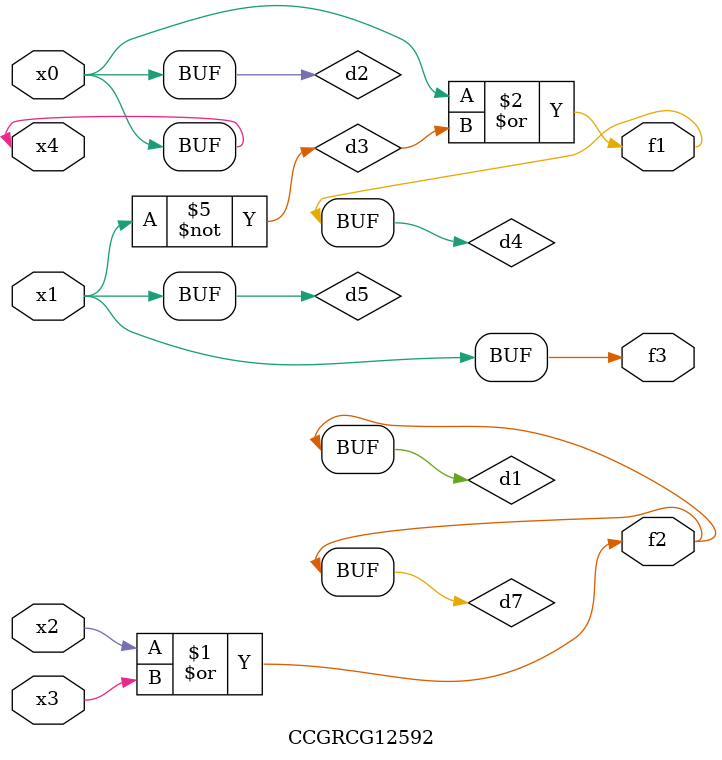
<source format=v>
module CCGRCG12592(
	input x0, x1, x2, x3, x4,
	output f1, f2, f3
);

	wire d1, d2, d3, d4, d5, d6, d7;

	or (d1, x2, x3);
	buf (d2, x0, x4);
	not (d3, x1);
	or (d4, d2, d3);
	not (d5, d3);
	nand (d6, d1, d3);
	or (d7, d1);
	assign f1 = d4;
	assign f2 = d7;
	assign f3 = d5;
endmodule

</source>
